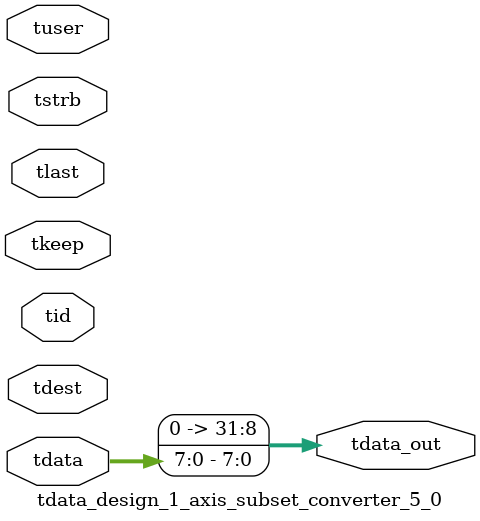
<source format=v>


`timescale 1ps/1ps

module tdata_design_1_axis_subset_converter_5_0 #
(
parameter C_S_AXIS_TDATA_WIDTH = 32,
parameter C_S_AXIS_TUSER_WIDTH = 0,
parameter C_S_AXIS_TID_WIDTH   = 0,
parameter C_S_AXIS_TDEST_WIDTH = 0,
parameter C_M_AXIS_TDATA_WIDTH = 32
)
(
input  [(C_S_AXIS_TDATA_WIDTH == 0 ? 1 : C_S_AXIS_TDATA_WIDTH)-1:0     ] tdata,
input  [(C_S_AXIS_TUSER_WIDTH == 0 ? 1 : C_S_AXIS_TUSER_WIDTH)-1:0     ] tuser,
input  [(C_S_AXIS_TID_WIDTH   == 0 ? 1 : C_S_AXIS_TID_WIDTH)-1:0       ] tid,
input  [(C_S_AXIS_TDEST_WIDTH == 0 ? 1 : C_S_AXIS_TDEST_WIDTH)-1:0     ] tdest,
input  [(C_S_AXIS_TDATA_WIDTH/8)-1:0 ] tkeep,
input  [(C_S_AXIS_TDATA_WIDTH/8)-1:0 ] tstrb,
input                                                                    tlast,
output [C_M_AXIS_TDATA_WIDTH-1:0] tdata_out
);

assign tdata_out = {16'b0000000000000000,tdata[7:0]};

endmodule


</source>
